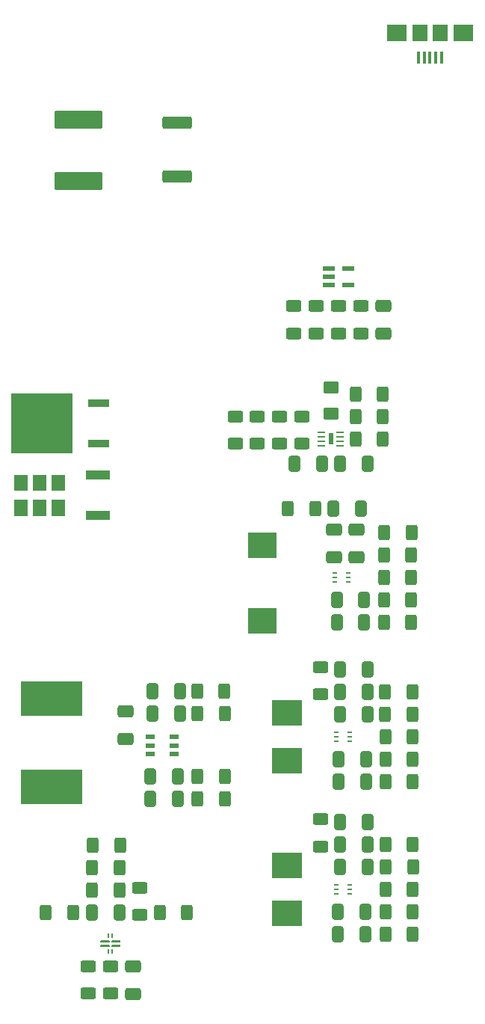
<source format=gbr>
%TF.GenerationSoftware,KiCad,Pcbnew,8.0.6*%
%TF.CreationDate,2025-03-17T23:33:19-06:00*%
%TF.ProjectId,PDU,5044552e-6b69-4636-9164-5f7063625858,rev?*%
%TF.SameCoordinates,Original*%
%TF.FileFunction,Paste,Bot*%
%TF.FilePolarity,Positive*%
%FSLAX46Y46*%
G04 Gerber Fmt 4.6, Leading zero omitted, Abs format (unit mm)*
G04 Created by KiCad (PCBNEW 8.0.6) date 2025-03-17 23:33:19*
%MOMM*%
%LPD*%
G01*
G04 APERTURE LIST*
G04 Aperture macros list*
%AMRoundRect*
0 Rectangle with rounded corners*
0 $1 Rounding radius*
0 $2 $3 $4 $5 $6 $7 $8 $9 X,Y pos of 4 corners*
0 Add a 4 corners polygon primitive as box body*
4,1,4,$2,$3,$4,$5,$6,$7,$8,$9,$2,$3,0*
0 Add four circle primitives for the rounded corners*
1,1,$1+$1,$2,$3*
1,1,$1+$1,$4,$5*
1,1,$1+$1,$6,$7*
1,1,$1+$1,$8,$9*
0 Add four rect primitives between the rounded corners*
20,1,$1+$1,$2,$3,$4,$5,0*
20,1,$1+$1,$4,$5,$6,$7,0*
20,1,$1+$1,$6,$7,$8,$9,0*
20,1,$1+$1,$8,$9,$2,$3,0*%
G04 Aperture macros list end*
%ADD10C,0.000000*%
%ADD11C,0.010000*%
%ADD12RoundRect,0.250000X0.400000X0.625000X-0.400000X0.625000X-0.400000X-0.625000X0.400000X-0.625000X0*%
%ADD13RoundRect,0.250000X-0.650000X0.412500X-0.650000X-0.412500X0.650000X-0.412500X0.650000X0.412500X0*%
%ADD14RoundRect,0.250000X0.625000X-0.400000X0.625000X0.400000X-0.625000X0.400000X-0.625000X-0.400000X0*%
%ADD15RoundRect,0.250000X-0.400000X-0.625000X0.400000X-0.625000X0.400000X0.625000X-0.400000X0.625000X0*%
%ADD16R,3.500000X2.950000*%
%ADD17RoundRect,0.250001X2.474999X-0.799999X2.474999X0.799999X-2.474999X0.799999X-2.474999X-0.799999X0*%
%ADD18RoundRect,0.250000X-0.412500X-0.650000X0.412500X-0.650000X0.412500X0.650000X-0.412500X0.650000X0*%
%ADD19RoundRect,0.250000X-0.625000X0.400000X-0.625000X-0.400000X0.625000X-0.400000X0.625000X0.400000X0*%
%ADD20R,0.249999X0.599999*%
%ADD21R,1.320800X0.508000*%
%ADD22RoundRect,0.250000X0.412500X0.650000X-0.412500X0.650000X-0.412500X-0.650000X0.412500X-0.650000X0*%
%ADD23R,0.609600X0.279400*%
%ADD24R,7.010400X3.987800*%
%ADD25RoundRect,0.249999X1.425001X-0.450001X1.425001X0.450001X-1.425001X0.450001X-1.425001X-0.450001X0*%
%ADD26R,0.806066X0.256842*%
%ADD27R,0.400000X1.400000*%
%ADD28R,2.300000X1.900000*%
%ADD29R,1.800000X1.900000*%
%ADD30RoundRect,0.250001X0.624999X-0.462499X0.624999X0.462499X-0.624999X0.462499X-0.624999X-0.462499X0*%
%ADD31R,1.100000X0.599999*%
%ADD32R,2.489200X0.939800*%
%ADD33R,6.908800X6.756400*%
%ADD34R,2.810000X0.980000*%
%ADD35R,3.251200X2.921000*%
%ADD36RoundRect,0.250000X0.650000X-0.412500X0.650000X0.412500X-0.650000X0.412500X-0.650000X-0.412500X0*%
G04 APERTURE END LIST*
D10*
%TO.C,U5*%
G36*
X117806502Y-139855999D02*
G01*
X117806502Y-140035998D01*
X117756502Y-140085998D01*
X116796502Y-140085998D01*
X116746502Y-140035998D01*
X116746502Y-139855999D01*
X116796502Y-139805999D01*
X117756502Y-139805999D01*
X117806502Y-139855999D01*
G37*
G36*
X117806502Y-140355998D02*
G01*
X117806502Y-140535997D01*
X117756502Y-140585997D01*
X116796502Y-140585997D01*
X116746502Y-140535997D01*
X116746502Y-140355998D01*
X116796502Y-140305998D01*
X117756502Y-140305998D01*
X117806502Y-140355998D01*
G37*
G36*
X119066502Y-140355998D02*
G01*
X119066502Y-140535997D01*
X119016502Y-140585997D01*
X118056502Y-140585997D01*
X118006502Y-140535997D01*
X118006502Y-140355998D01*
X118056502Y-140305998D01*
X119016502Y-140305998D01*
X119066502Y-140355998D01*
G37*
G36*
X119066502Y-139855999D02*
G01*
X119066502Y-140035998D01*
X119016502Y-140085998D01*
X118056502Y-140085998D01*
X118006502Y-140035998D01*
X118006502Y-139855999D01*
X118056502Y-139805999D01*
X119016502Y-139805999D01*
X119066502Y-139855999D01*
G37*
%TO.C,U6*%
G36*
X143162910Y-83680912D02*
G01*
X142617087Y-83680912D01*
X142617087Y-82435088D01*
X143162910Y-82435088D01*
X143162910Y-83680912D01*
G37*
D11*
%TO.C,Q3*%
X108418000Y-88858000D02*
X107038000Y-88858000D01*
X107038000Y-87118000D01*
X108418000Y-87118000D01*
X108418000Y-88858000D01*
G36*
X108418000Y-88858000D02*
G01*
X107038000Y-88858000D01*
X107038000Y-87118000D01*
X108418000Y-87118000D01*
X108418000Y-88858000D01*
G37*
X108418000Y-91698000D02*
X107038000Y-91698000D01*
X107038000Y-89958000D01*
X108418000Y-89958000D01*
X108418000Y-91698000D01*
G36*
X108418000Y-91698000D02*
G01*
X107038000Y-91698000D01*
X107038000Y-89958000D01*
X108418000Y-89958000D01*
X108418000Y-91698000D01*
G37*
X110528000Y-88858000D02*
X109148000Y-88858000D01*
X109148000Y-87118000D01*
X110528000Y-87118000D01*
X110528000Y-88858000D01*
G36*
X110528000Y-88858000D02*
G01*
X109148000Y-88858000D01*
X109148000Y-87118000D01*
X110528000Y-87118000D01*
X110528000Y-88858000D01*
G37*
X110528000Y-91698000D02*
X109148000Y-91698000D01*
X109148000Y-89958000D01*
X110528000Y-89958000D01*
X110528000Y-91698000D01*
G36*
X110528000Y-91698000D02*
G01*
X109148000Y-91698000D01*
X109148000Y-89958000D01*
X110528000Y-89958000D01*
X110528000Y-91698000D01*
G37*
X112638000Y-88858000D02*
X111258000Y-88858000D01*
X111258000Y-87118000D01*
X112638000Y-87118000D01*
X112638000Y-88858000D01*
G36*
X112638000Y-88858000D02*
G01*
X111258000Y-88858000D01*
X111258000Y-87118000D01*
X112638000Y-87118000D01*
X112638000Y-88858000D01*
G37*
X112638000Y-91698000D02*
X111258000Y-91698000D01*
X111258000Y-89958000D01*
X112638000Y-89958000D01*
X112638000Y-91698000D01*
G36*
X112638000Y-91698000D02*
G01*
X111258000Y-91698000D01*
X111258000Y-89958000D01*
X112638000Y-89958000D01*
X112638000Y-91698000D01*
G37*
%TD*%
D12*
%TO.C,R9*%
X126582500Y-136652000D03*
X123482500Y-136652000D03*
%TD*%
D13*
%TO.C,C10*%
X120434500Y-142735500D03*
X120434500Y-145860500D03*
%TD*%
D14*
%TO.C,R33*%
X139588000Y-83592000D03*
X139588000Y-80492000D03*
%TD*%
D15*
%TO.C,R20*%
X149054000Y-134018000D03*
X152154000Y-134018000D03*
%TD*%
D16*
%TO.C,L1*%
X137904000Y-136743000D03*
X137904000Y-131293000D03*
%TD*%
D15*
%TO.C,R26*%
X148890000Y-96172000D03*
X151990000Y-96172000D03*
%TD*%
D17*
%TO.C,F1*%
X114300000Y-53848000D03*
X114300000Y-46898000D03*
%TD*%
D18*
%TO.C,C4*%
X138749000Y-85852000D03*
X141874000Y-85852000D03*
%TD*%
%TO.C,C21*%
X143935500Y-131478000D03*
X147060500Y-131478000D03*
%TD*%
D15*
%TO.C,R21*%
X149080000Y-131478000D03*
X152180000Y-131478000D03*
%TD*%
D13*
%TO.C,C11*%
X148844000Y-67981500D03*
X148844000Y-71106500D03*
%TD*%
D15*
%TO.C,R14*%
X145658000Y-80518000D03*
X148758000Y-80518000D03*
%TD*%
D14*
%TO.C,C8*%
X141679547Y-111965522D03*
X141679547Y-108865522D03*
%TD*%
D19*
%TO.C,R32*%
X137048000Y-80492000D03*
X137048000Y-83592000D03*
%TD*%
D20*
%TO.C,U5*%
X117681501Y-139295997D03*
X118131503Y-139295997D03*
X118131503Y-141095999D03*
X117681501Y-141095999D03*
%TD*%
D18*
%TO.C,C24*%
X143179000Y-90932000D03*
X146304000Y-90932000D03*
%TD*%
D14*
%TO.C,R30*%
X141224000Y-71120000D03*
X141224000Y-68020000D03*
%TD*%
D12*
%TO.C,R28*%
X118924000Y-134112000D03*
X115824000Y-134112000D03*
%TD*%
D21*
%TO.C,U4*%
X142671800Y-65668001D03*
X142671800Y-64718000D03*
X142671800Y-63767999D03*
X144856200Y-63767999D03*
X144856200Y-65668001D03*
%TD*%
D22*
%TO.C,C5*%
X147031000Y-85852000D03*
X143906000Y-85852000D03*
%TD*%
D19*
%TO.C,R8*%
X115354500Y-142748000D03*
X115354500Y-145848000D03*
%TD*%
D18*
%TO.C,C34*%
X122389500Y-123786900D03*
X125514500Y-123786900D03*
%TD*%
D23*
%TO.C,U1*%
X143504700Y-134518126D03*
X143504700Y-134018000D03*
X143504700Y-133517874D03*
X145003300Y-133517874D03*
X145003300Y-134018000D03*
X145003300Y-134518126D03*
%TD*%
D12*
%TO.C,R22*%
X152154000Y-128938000D03*
X149054000Y-128938000D03*
%TD*%
D24*
%TO.C,L5*%
X111252000Y-112445800D03*
X111252000Y-122428000D03*
%TD*%
D18*
%TO.C,C6*%
X143720000Y-121826000D03*
X146845000Y-121826000D03*
%TD*%
D15*
%TO.C,R35*%
X149054000Y-119286000D03*
X152154000Y-119286000D03*
%TD*%
%TO.C,R18*%
X127762000Y-123786900D03*
X130862000Y-123786900D03*
%TD*%
D25*
%TO.C,R3*%
X125476000Y-53342000D03*
X125476000Y-47242000D03*
%TD*%
D14*
%TO.C,R16*%
X146304000Y-71120000D03*
X146304000Y-68020000D03*
%TD*%
D15*
%TO.C,R27*%
X148916000Y-93632000D03*
X152016000Y-93632000D03*
%TD*%
%TO.C,R13*%
X145658000Y-83058000D03*
X148758000Y-83058000D03*
%TD*%
D26*
%TO.C,U6*%
X141836967Y-83807998D03*
X141836967Y-83308000D03*
X141836967Y-82808000D03*
X141836967Y-82307999D03*
X143943033Y-82307999D03*
X143943033Y-82808000D03*
X143943033Y-83308000D03*
X143943033Y-83807998D03*
%TD*%
D18*
%TO.C,C22*%
X143543500Y-101252000D03*
X146668500Y-101252000D03*
%TD*%
%TO.C,C19*%
X143935500Y-126398000D03*
X147060500Y-126398000D03*
%TD*%
D15*
%TO.C,R19*%
X149054000Y-136558000D03*
X152154000Y-136558000D03*
%TD*%
D14*
%TO.C,C3*%
X141688000Y-129218000D03*
X141688000Y-126118000D03*
%TD*%
D19*
%TO.C,R17*%
X143764000Y-68020000D03*
X143764000Y-71120000D03*
%TD*%
D15*
%TO.C,R36*%
X149054000Y-116746000D03*
X152154000Y-116746000D03*
%TD*%
D18*
%TO.C,C33*%
X122389500Y-121246900D03*
X125514500Y-121246900D03*
%TD*%
D15*
%TO.C,R1*%
X149054000Y-139098000D03*
X152154000Y-139098000D03*
%TD*%
D27*
%TO.C,J2*%
X152818000Y-39934000D03*
X153468000Y-39934000D03*
X154118000Y-39934000D03*
X154768000Y-39934000D03*
X155418000Y-39934000D03*
D28*
X150368000Y-37084000D03*
D29*
X152968000Y-37084000D03*
X155268000Y-37084000D03*
D28*
X157868000Y-37084000D03*
%TD*%
D15*
%TO.C,R41*%
X127762000Y-121246900D03*
X130862000Y-121246900D03*
%TD*%
D18*
%TO.C,C9*%
X143897000Y-114206000D03*
X147022000Y-114206000D03*
%TD*%
D19*
%TO.C,R11*%
X121196500Y-133858000D03*
X121196500Y-136958000D03*
%TD*%
D13*
%TO.C,C26*%
X145796000Y-93319600D03*
X145796000Y-96444600D03*
%TD*%
D15*
%TO.C,R23*%
X148890000Y-103792000D03*
X151990000Y-103792000D03*
%TD*%
D16*
%TO.C,L4*%
X137878000Y-119471000D03*
X137878000Y-114021000D03*
%TD*%
D30*
%TO.C,D1*%
X142890000Y-80227500D03*
X142890000Y-77252500D03*
%TD*%
D13*
%TO.C,C25*%
X143256000Y-93319600D03*
X143256000Y-96444600D03*
%TD*%
D12*
%TO.C,R24*%
X151990000Y-101252000D03*
X148890000Y-101252000D03*
%TD*%
D14*
%TO.C,R40*%
X132080000Y-83592000D03*
X132080000Y-80492000D03*
%TD*%
D15*
%TO.C,R25*%
X148890000Y-98712000D03*
X151990000Y-98712000D03*
%TD*%
D18*
%TO.C,C7*%
X143720000Y-119286000D03*
X146845000Y-119286000D03*
%TD*%
D15*
%TO.C,R43*%
X127762000Y-114134900D03*
X130862000Y-114134900D03*
%TD*%
D12*
%TO.C,C27*%
X141123000Y-90932000D03*
X138023000Y-90932000D03*
%TD*%
D19*
%TO.C,R31*%
X138684000Y-68020000D03*
X138684000Y-71120000D03*
%TD*%
D15*
%TO.C,R37*%
X149028000Y-114206000D03*
X152128000Y-114206000D03*
%TD*%
D18*
%TO.C,C30*%
X122643500Y-114134900D03*
X125768500Y-114134900D03*
%TD*%
D23*
%TO.C,U3*%
X143529900Y-117254000D03*
X143529900Y-116753874D03*
X143529900Y-116253748D03*
X145028500Y-116253748D03*
X145028500Y-116753874D03*
X145028500Y-117254000D03*
%TD*%
D31*
%TO.C,U2*%
X125155988Y-116806898D03*
X125155988Y-117756899D03*
X125155988Y-118706900D03*
X122456004Y-118706900D03*
X122456004Y-117756899D03*
X122456004Y-116806898D03*
%TD*%
D12*
%TO.C,R38*%
X152128000Y-111666000D03*
X149028000Y-111666000D03*
%TD*%
D15*
%TO.C,R15*%
X145658000Y-77978000D03*
X148758000Y-77978000D03*
%TD*%
D18*
%TO.C,C1*%
X143707500Y-136558000D03*
X146832500Y-136558000D03*
%TD*%
%TO.C,C2*%
X143707500Y-139098000D03*
X146832500Y-139098000D03*
%TD*%
D14*
%TO.C,R29*%
X117894500Y-145848000D03*
X117894500Y-142748000D03*
%TD*%
D15*
%TO.C,R5*%
X110567000Y-136652000D03*
X113667000Y-136652000D03*
%TD*%
%TO.C,R42*%
X127736000Y-111594900D03*
X130836000Y-111594900D03*
%TD*%
D32*
%TO.C,MOSFET1*%
X116586000Y-78994000D03*
D33*
X110159800Y-81280000D03*
D32*
X116586000Y-83566000D03*
%TD*%
D34*
%TO.C,Q3*%
X116458000Y-87118000D03*
X116458000Y-91698000D03*
%TD*%
D23*
%TO.C,U9*%
X143328000Y-99204252D03*
X143328000Y-98704126D03*
X143328000Y-98204000D03*
X144826600Y-98204000D03*
X144826600Y-98704126D03*
X144826600Y-99204252D03*
%TD*%
D18*
%TO.C,R6*%
X115824000Y-136652000D03*
X118949000Y-136652000D03*
%TD*%
%TO.C,C23*%
X143543500Y-103792000D03*
X146668500Y-103792000D03*
%TD*%
D12*
%TO.C,R7*%
X118949000Y-131572000D03*
X115849000Y-131572000D03*
%TD*%
%TO.C,R10*%
X119001000Y-129032000D03*
X115901000Y-129032000D03*
%TD*%
D18*
%TO.C,C29*%
X143935500Y-109126000D03*
X147060500Y-109126000D03*
%TD*%
%TO.C,C20*%
X143935500Y-128938000D03*
X147060500Y-128938000D03*
%TD*%
D35*
%TO.C,L3*%
X135084000Y-103677700D03*
X135084000Y-95117900D03*
%TD*%
D14*
%TO.C,R12*%
X134508000Y-83592000D03*
X134508000Y-80492000D03*
%TD*%
D15*
%TO.C,R34*%
X149054000Y-121826000D03*
X152154000Y-121826000D03*
%TD*%
D18*
%TO.C,C31*%
X122643500Y-111594900D03*
X125768500Y-111594900D03*
%TD*%
D36*
%TO.C,C32*%
X119634000Y-117005900D03*
X119634000Y-113880900D03*
%TD*%
D18*
%TO.C,C28*%
X143897000Y-111666000D03*
X147022000Y-111666000D03*
%TD*%
M02*

</source>
